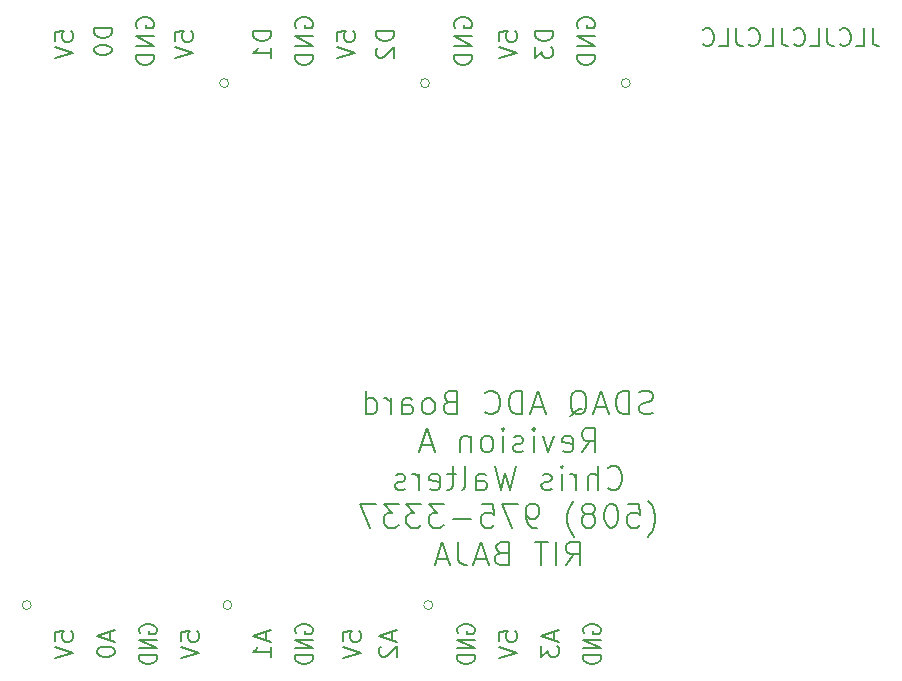
<source format=gbr>
%TF.GenerationSoftware,KiCad,Pcbnew,(5.1.10)-1*%
%TF.CreationDate,2022-02-05T10:08:01-05:00*%
%TF.ProjectId,RevA,52657641-2e6b-4696-9361-645f70636258,rev?*%
%TF.SameCoordinates,Original*%
%TF.FileFunction,Legend,Bot*%
%TF.FilePolarity,Positive*%
%FSLAX46Y46*%
G04 Gerber Fmt 4.6, Leading zero omitted, Abs format (unit mm)*
G04 Created by KiCad (PCBNEW (5.1.10)-1) date 2022-02-05 10:08:01*
%MOMM*%
%LPD*%
G01*
G04 APERTURE LIST*
%ADD10C,0.170000*%
%ADD11C,0.175000*%
%ADD12C,0.200000*%
%ADD13C,0.120000*%
G04 APERTURE END LIST*
D10*
X205910571Y-71536857D02*
X204410571Y-71536857D01*
X204410571Y-71894000D01*
X204482000Y-72108285D01*
X204624857Y-72251142D01*
X204767714Y-72322571D01*
X205053428Y-72394000D01*
X205267714Y-72394000D01*
X205553428Y-72322571D01*
X205696285Y-72251142D01*
X205839142Y-72108285D01*
X205910571Y-71894000D01*
X205910571Y-71536857D01*
X204410571Y-72894000D02*
X204410571Y-73822571D01*
X204982000Y-73322571D01*
X204982000Y-73536857D01*
X205053428Y-73679714D01*
X205124857Y-73751142D01*
X205267714Y-73822571D01*
X205624857Y-73822571D01*
X205767714Y-73751142D01*
X205839142Y-73679714D01*
X205910571Y-73536857D01*
X205910571Y-73108285D01*
X205839142Y-72965428D01*
X205767714Y-72894000D01*
X192448571Y-71536857D02*
X190948571Y-71536857D01*
X190948571Y-71894000D01*
X191020000Y-72108285D01*
X191162857Y-72251142D01*
X191305714Y-72322571D01*
X191591428Y-72394000D01*
X191805714Y-72394000D01*
X192091428Y-72322571D01*
X192234285Y-72251142D01*
X192377142Y-72108285D01*
X192448571Y-71894000D01*
X192448571Y-71536857D01*
X191091428Y-72965428D02*
X191020000Y-73036857D01*
X190948571Y-73179714D01*
X190948571Y-73536857D01*
X191020000Y-73679714D01*
X191091428Y-73751142D01*
X191234285Y-73822571D01*
X191377142Y-73822571D01*
X191591428Y-73751142D01*
X192448571Y-72894000D01*
X192448571Y-73822571D01*
X182034571Y-71536857D02*
X180534571Y-71536857D01*
X180534571Y-71894000D01*
X180606000Y-72108285D01*
X180748857Y-72251142D01*
X180891714Y-72322571D01*
X181177428Y-72394000D01*
X181391714Y-72394000D01*
X181677428Y-72322571D01*
X181820285Y-72251142D01*
X181963142Y-72108285D01*
X182034571Y-71894000D01*
X182034571Y-71536857D01*
X182034571Y-73822571D02*
X182034571Y-72965428D01*
X182034571Y-73394000D02*
X180534571Y-73394000D01*
X180748857Y-73251142D01*
X180891714Y-73108285D01*
X180963142Y-72965428D01*
X168572571Y-71282857D02*
X167072571Y-71282857D01*
X167072571Y-71640000D01*
X167144000Y-71854285D01*
X167286857Y-71997142D01*
X167429714Y-72068571D01*
X167715428Y-72140000D01*
X167929714Y-72140000D01*
X168215428Y-72068571D01*
X168358285Y-71997142D01*
X168501142Y-71854285D01*
X168572571Y-71640000D01*
X168572571Y-71282857D01*
X167072571Y-73068571D02*
X167072571Y-73211428D01*
X167144000Y-73354285D01*
X167215428Y-73425714D01*
X167358285Y-73497142D01*
X167644000Y-73568571D01*
X168001142Y-73568571D01*
X168286857Y-73497142D01*
X168429714Y-73425714D01*
X168501142Y-73354285D01*
X168572571Y-73211428D01*
X168572571Y-73068571D01*
X168501142Y-72925714D01*
X168429714Y-72854285D01*
X168286857Y-72782857D01*
X168001142Y-72711428D01*
X167644000Y-72711428D01*
X167358285Y-72782857D01*
X167215428Y-72854285D01*
X167144000Y-72925714D01*
X167072571Y-73068571D01*
X208038000Y-71247142D02*
X207966571Y-71104285D01*
X207966571Y-70890000D01*
X208038000Y-70675714D01*
X208180857Y-70532857D01*
X208323714Y-70461428D01*
X208609428Y-70390000D01*
X208823714Y-70390000D01*
X209109428Y-70461428D01*
X209252285Y-70532857D01*
X209395142Y-70675714D01*
X209466571Y-70890000D01*
X209466571Y-71032857D01*
X209395142Y-71247142D01*
X209323714Y-71318571D01*
X208823714Y-71318571D01*
X208823714Y-71032857D01*
X209466571Y-71961428D02*
X207966571Y-71961428D01*
X209466571Y-72818571D01*
X207966571Y-72818571D01*
X209466571Y-73532857D02*
X207966571Y-73532857D01*
X207966571Y-73890000D01*
X208038000Y-74104285D01*
X208180857Y-74247142D01*
X208323714Y-74318571D01*
X208609428Y-74390000D01*
X208823714Y-74390000D01*
X209109428Y-74318571D01*
X209252285Y-74247142D01*
X209395142Y-74104285D01*
X209466571Y-73890000D01*
X209466571Y-73532857D01*
X197624000Y-71247142D02*
X197552571Y-71104285D01*
X197552571Y-70890000D01*
X197624000Y-70675714D01*
X197766857Y-70532857D01*
X197909714Y-70461428D01*
X198195428Y-70390000D01*
X198409714Y-70390000D01*
X198695428Y-70461428D01*
X198838285Y-70532857D01*
X198981142Y-70675714D01*
X199052571Y-70890000D01*
X199052571Y-71032857D01*
X198981142Y-71247142D01*
X198909714Y-71318571D01*
X198409714Y-71318571D01*
X198409714Y-71032857D01*
X199052571Y-71961428D02*
X197552571Y-71961428D01*
X199052571Y-72818571D01*
X197552571Y-72818571D01*
X199052571Y-73532857D02*
X197552571Y-73532857D01*
X197552571Y-73890000D01*
X197624000Y-74104285D01*
X197766857Y-74247142D01*
X197909714Y-74318571D01*
X198195428Y-74390000D01*
X198409714Y-74390000D01*
X198695428Y-74318571D01*
X198838285Y-74247142D01*
X198981142Y-74104285D01*
X199052571Y-73890000D01*
X199052571Y-73532857D01*
X184162000Y-71247142D02*
X184090571Y-71104285D01*
X184090571Y-70890000D01*
X184162000Y-70675714D01*
X184304857Y-70532857D01*
X184447714Y-70461428D01*
X184733428Y-70390000D01*
X184947714Y-70390000D01*
X185233428Y-70461428D01*
X185376285Y-70532857D01*
X185519142Y-70675714D01*
X185590571Y-70890000D01*
X185590571Y-71032857D01*
X185519142Y-71247142D01*
X185447714Y-71318571D01*
X184947714Y-71318571D01*
X184947714Y-71032857D01*
X185590571Y-71961428D02*
X184090571Y-71961428D01*
X185590571Y-72818571D01*
X184090571Y-72818571D01*
X185590571Y-73532857D02*
X184090571Y-73532857D01*
X184090571Y-73890000D01*
X184162000Y-74104285D01*
X184304857Y-74247142D01*
X184447714Y-74318571D01*
X184733428Y-74390000D01*
X184947714Y-74390000D01*
X185233428Y-74318571D01*
X185376285Y-74247142D01*
X185519142Y-74104285D01*
X185590571Y-73890000D01*
X185590571Y-73532857D01*
X170700000Y-71247142D02*
X170628571Y-71104285D01*
X170628571Y-70890000D01*
X170700000Y-70675714D01*
X170842857Y-70532857D01*
X170985714Y-70461428D01*
X171271428Y-70390000D01*
X171485714Y-70390000D01*
X171771428Y-70461428D01*
X171914285Y-70532857D01*
X172057142Y-70675714D01*
X172128571Y-70890000D01*
X172128571Y-71032857D01*
X172057142Y-71247142D01*
X171985714Y-71318571D01*
X171485714Y-71318571D01*
X171485714Y-71032857D01*
X172128571Y-71961428D02*
X170628571Y-71961428D01*
X172128571Y-72818571D01*
X170628571Y-72818571D01*
X172128571Y-73532857D02*
X170628571Y-73532857D01*
X170628571Y-73890000D01*
X170700000Y-74104285D01*
X170842857Y-74247142D01*
X170985714Y-74318571D01*
X171271428Y-74390000D01*
X171485714Y-74390000D01*
X171771428Y-74318571D01*
X171914285Y-74247142D01*
X172057142Y-74104285D01*
X172128571Y-73890000D01*
X172128571Y-73532857D01*
X201362571Y-72358285D02*
X201362571Y-71644000D01*
X202076857Y-71572571D01*
X202005428Y-71644000D01*
X201934000Y-71786857D01*
X201934000Y-72144000D01*
X202005428Y-72286857D01*
X202076857Y-72358285D01*
X202219714Y-72429714D01*
X202576857Y-72429714D01*
X202719714Y-72358285D01*
X202791142Y-72286857D01*
X202862571Y-72144000D01*
X202862571Y-71786857D01*
X202791142Y-71644000D01*
X202719714Y-71572571D01*
X201362571Y-72858285D02*
X202862571Y-73358285D01*
X201362571Y-73858285D01*
X187646571Y-72358285D02*
X187646571Y-71644000D01*
X188360857Y-71572571D01*
X188289428Y-71644000D01*
X188218000Y-71786857D01*
X188218000Y-72144000D01*
X188289428Y-72286857D01*
X188360857Y-72358285D01*
X188503714Y-72429714D01*
X188860857Y-72429714D01*
X189003714Y-72358285D01*
X189075142Y-72286857D01*
X189146571Y-72144000D01*
X189146571Y-71786857D01*
X189075142Y-71644000D01*
X189003714Y-71572571D01*
X187646571Y-72858285D02*
X189146571Y-73358285D01*
X187646571Y-73858285D01*
X173930571Y-72358285D02*
X173930571Y-71644000D01*
X174644857Y-71572571D01*
X174573428Y-71644000D01*
X174502000Y-71786857D01*
X174502000Y-72144000D01*
X174573428Y-72286857D01*
X174644857Y-72358285D01*
X174787714Y-72429714D01*
X175144857Y-72429714D01*
X175287714Y-72358285D01*
X175359142Y-72286857D01*
X175430571Y-72144000D01*
X175430571Y-71786857D01*
X175359142Y-71644000D01*
X175287714Y-71572571D01*
X173930571Y-72858285D02*
X175430571Y-73358285D01*
X173930571Y-73858285D01*
X163770571Y-72358285D02*
X163770571Y-71644000D01*
X164484857Y-71572571D01*
X164413428Y-71644000D01*
X164342000Y-71786857D01*
X164342000Y-72144000D01*
X164413428Y-72286857D01*
X164484857Y-72358285D01*
X164627714Y-72429714D01*
X164984857Y-72429714D01*
X165127714Y-72358285D01*
X165199142Y-72286857D01*
X165270571Y-72144000D01*
X165270571Y-71786857D01*
X165199142Y-71644000D01*
X165127714Y-71572571D01*
X163770571Y-72858285D02*
X165270571Y-73358285D01*
X163770571Y-73858285D01*
X205990000Y-122372571D02*
X205990000Y-123086857D01*
X206418571Y-122229714D02*
X204918571Y-122729714D01*
X206418571Y-123229714D01*
X204918571Y-123586857D02*
X204918571Y-124515428D01*
X205490000Y-124015428D01*
X205490000Y-124229714D01*
X205561428Y-124372571D01*
X205632857Y-124444000D01*
X205775714Y-124515428D01*
X206132857Y-124515428D01*
X206275714Y-124444000D01*
X206347142Y-124372571D01*
X206418571Y-124229714D01*
X206418571Y-123801142D01*
X206347142Y-123658285D01*
X206275714Y-123586857D01*
X192274000Y-122372571D02*
X192274000Y-123086857D01*
X192702571Y-122229714D02*
X191202571Y-122729714D01*
X192702571Y-123229714D01*
X191345428Y-123658285D02*
X191274000Y-123729714D01*
X191202571Y-123872571D01*
X191202571Y-124229714D01*
X191274000Y-124372571D01*
X191345428Y-124444000D01*
X191488285Y-124515428D01*
X191631142Y-124515428D01*
X191845428Y-124444000D01*
X192702571Y-123586857D01*
X192702571Y-124515428D01*
X181606000Y-122372571D02*
X181606000Y-123086857D01*
X182034571Y-122229714D02*
X180534571Y-122729714D01*
X182034571Y-123229714D01*
X182034571Y-124515428D02*
X182034571Y-123658285D01*
X182034571Y-124086857D02*
X180534571Y-124086857D01*
X180748857Y-123944000D01*
X180891714Y-123801142D01*
X180963142Y-123658285D01*
X168398000Y-122372571D02*
X168398000Y-123086857D01*
X168826571Y-122229714D02*
X167326571Y-122729714D01*
X168826571Y-123229714D01*
X167326571Y-124015428D02*
X167326571Y-124158285D01*
X167398000Y-124301142D01*
X167469428Y-124372571D01*
X167612285Y-124444000D01*
X167898000Y-124515428D01*
X168255142Y-124515428D01*
X168540857Y-124444000D01*
X168683714Y-124372571D01*
X168755142Y-124301142D01*
X168826571Y-124158285D01*
X168826571Y-124015428D01*
X168755142Y-123872571D01*
X168683714Y-123801142D01*
X168540857Y-123729714D01*
X168255142Y-123658285D01*
X167898000Y-123658285D01*
X167612285Y-123729714D01*
X167469428Y-123801142D01*
X167398000Y-123872571D01*
X167326571Y-124015428D01*
X208546000Y-122491619D02*
X208474571Y-122372571D01*
X208474571Y-122194000D01*
X208546000Y-122015428D01*
X208688857Y-121896380D01*
X208831714Y-121836857D01*
X209117428Y-121777333D01*
X209331714Y-121777333D01*
X209617428Y-121836857D01*
X209760285Y-121896380D01*
X209903142Y-122015428D01*
X209974571Y-122194000D01*
X209974571Y-122313047D01*
X209903142Y-122491619D01*
X209831714Y-122551142D01*
X209331714Y-122551142D01*
X209331714Y-122313047D01*
X209974571Y-123086857D02*
X208474571Y-123086857D01*
X209974571Y-123801142D01*
X208474571Y-123801142D01*
X209974571Y-124396380D02*
X208474571Y-124396380D01*
X208474571Y-124694000D01*
X208546000Y-124872571D01*
X208688857Y-124991619D01*
X208831714Y-125051142D01*
X209117428Y-125110666D01*
X209331714Y-125110666D01*
X209617428Y-125051142D01*
X209760285Y-124991619D01*
X209903142Y-124872571D01*
X209974571Y-124694000D01*
X209974571Y-124396380D01*
X197878000Y-122491619D02*
X197806571Y-122372571D01*
X197806571Y-122194000D01*
X197878000Y-122015428D01*
X198020857Y-121896380D01*
X198163714Y-121836857D01*
X198449428Y-121777333D01*
X198663714Y-121777333D01*
X198949428Y-121836857D01*
X199092285Y-121896380D01*
X199235142Y-122015428D01*
X199306571Y-122194000D01*
X199306571Y-122313047D01*
X199235142Y-122491619D01*
X199163714Y-122551142D01*
X198663714Y-122551142D01*
X198663714Y-122313047D01*
X199306571Y-123086857D02*
X197806571Y-123086857D01*
X199306571Y-123801142D01*
X197806571Y-123801142D01*
X199306571Y-124396380D02*
X197806571Y-124396380D01*
X197806571Y-124694000D01*
X197878000Y-124872571D01*
X198020857Y-124991619D01*
X198163714Y-125051142D01*
X198449428Y-125110666D01*
X198663714Y-125110666D01*
X198949428Y-125051142D01*
X199092285Y-124991619D01*
X199235142Y-124872571D01*
X199306571Y-124694000D01*
X199306571Y-124396380D01*
X184162000Y-122491619D02*
X184090571Y-122372571D01*
X184090571Y-122194000D01*
X184162000Y-122015428D01*
X184304857Y-121896380D01*
X184447714Y-121836857D01*
X184733428Y-121777333D01*
X184947714Y-121777333D01*
X185233428Y-121836857D01*
X185376285Y-121896380D01*
X185519142Y-122015428D01*
X185590571Y-122194000D01*
X185590571Y-122313047D01*
X185519142Y-122491619D01*
X185447714Y-122551142D01*
X184947714Y-122551142D01*
X184947714Y-122313047D01*
X185590571Y-123086857D02*
X184090571Y-123086857D01*
X185590571Y-123801142D01*
X184090571Y-123801142D01*
X185590571Y-124396380D02*
X184090571Y-124396380D01*
X184090571Y-124694000D01*
X184162000Y-124872571D01*
X184304857Y-124991619D01*
X184447714Y-125051142D01*
X184733428Y-125110666D01*
X184947714Y-125110666D01*
X185233428Y-125051142D01*
X185376285Y-124991619D01*
X185519142Y-124872571D01*
X185590571Y-124694000D01*
X185590571Y-124396380D01*
X170954000Y-122491619D02*
X170882571Y-122372571D01*
X170882571Y-122194000D01*
X170954000Y-122015428D01*
X171096857Y-121896380D01*
X171239714Y-121836857D01*
X171525428Y-121777333D01*
X171739714Y-121777333D01*
X172025428Y-121836857D01*
X172168285Y-121896380D01*
X172311142Y-122015428D01*
X172382571Y-122194000D01*
X172382571Y-122313047D01*
X172311142Y-122491619D01*
X172239714Y-122551142D01*
X171739714Y-122551142D01*
X171739714Y-122313047D01*
X172382571Y-123086857D02*
X170882571Y-123086857D01*
X172382571Y-123801142D01*
X170882571Y-123801142D01*
X172382571Y-124396380D02*
X170882571Y-124396380D01*
X170882571Y-124694000D01*
X170954000Y-124872571D01*
X171096857Y-124991619D01*
X171239714Y-125051142D01*
X171525428Y-125110666D01*
X171739714Y-125110666D01*
X172025428Y-125051142D01*
X172168285Y-124991619D01*
X172311142Y-124872571D01*
X172382571Y-124694000D01*
X172382571Y-124396380D01*
X201362571Y-123158285D02*
X201362571Y-122444000D01*
X202076857Y-122372571D01*
X202005428Y-122444000D01*
X201934000Y-122586857D01*
X201934000Y-122944000D01*
X202005428Y-123086857D01*
X202076857Y-123158285D01*
X202219714Y-123229714D01*
X202576857Y-123229714D01*
X202719714Y-123158285D01*
X202791142Y-123086857D01*
X202862571Y-122944000D01*
X202862571Y-122586857D01*
X202791142Y-122444000D01*
X202719714Y-122372571D01*
X201362571Y-123658285D02*
X202862571Y-124158285D01*
X201362571Y-124658285D01*
X188154571Y-123158285D02*
X188154571Y-122444000D01*
X188868857Y-122372571D01*
X188797428Y-122444000D01*
X188726000Y-122586857D01*
X188726000Y-122944000D01*
X188797428Y-123086857D01*
X188868857Y-123158285D01*
X189011714Y-123229714D01*
X189368857Y-123229714D01*
X189511714Y-123158285D01*
X189583142Y-123086857D01*
X189654571Y-122944000D01*
X189654571Y-122586857D01*
X189583142Y-122444000D01*
X189511714Y-122372571D01*
X188154571Y-123658285D02*
X189654571Y-124158285D01*
X188154571Y-124658285D01*
X174438571Y-123158285D02*
X174438571Y-122444000D01*
X175152857Y-122372571D01*
X175081428Y-122444000D01*
X175010000Y-122586857D01*
X175010000Y-122944000D01*
X175081428Y-123086857D01*
X175152857Y-123158285D01*
X175295714Y-123229714D01*
X175652857Y-123229714D01*
X175795714Y-123158285D01*
X175867142Y-123086857D01*
X175938571Y-122944000D01*
X175938571Y-122586857D01*
X175867142Y-122444000D01*
X175795714Y-122372571D01*
X174438571Y-123658285D02*
X175938571Y-124158285D01*
X174438571Y-124658285D01*
X163770571Y-123158285D02*
X163770571Y-122444000D01*
X164484857Y-122372571D01*
X164413428Y-122444000D01*
X164342000Y-122586857D01*
X164342000Y-122944000D01*
X164413428Y-123086857D01*
X164484857Y-123158285D01*
X164627714Y-123229714D01*
X164984857Y-123229714D01*
X165127714Y-123158285D01*
X165199142Y-123086857D01*
X165270571Y-122944000D01*
X165270571Y-122586857D01*
X165199142Y-122444000D01*
X165127714Y-122372571D01*
X163770571Y-123658285D02*
X165270571Y-124158285D01*
X163770571Y-124658285D01*
D11*
X232988571Y-71314571D02*
X232988571Y-72386000D01*
X233060000Y-72600285D01*
X233202857Y-72743142D01*
X233417142Y-72814571D01*
X233560000Y-72814571D01*
X231560000Y-72814571D02*
X232274285Y-72814571D01*
X232274285Y-71314571D01*
X230202857Y-72671714D02*
X230274285Y-72743142D01*
X230488571Y-72814571D01*
X230631428Y-72814571D01*
X230845714Y-72743142D01*
X230988571Y-72600285D01*
X231060000Y-72457428D01*
X231131428Y-72171714D01*
X231131428Y-71957428D01*
X231060000Y-71671714D01*
X230988571Y-71528857D01*
X230845714Y-71386000D01*
X230631428Y-71314571D01*
X230488571Y-71314571D01*
X230274285Y-71386000D01*
X230202857Y-71457428D01*
X229131428Y-71314571D02*
X229131428Y-72386000D01*
X229202857Y-72600285D01*
X229345714Y-72743142D01*
X229560000Y-72814571D01*
X229702857Y-72814571D01*
X227702857Y-72814571D02*
X228417142Y-72814571D01*
X228417142Y-71314571D01*
X226345714Y-72671714D02*
X226417142Y-72743142D01*
X226631428Y-72814571D01*
X226774285Y-72814571D01*
X226988571Y-72743142D01*
X227131428Y-72600285D01*
X227202857Y-72457428D01*
X227274285Y-72171714D01*
X227274285Y-71957428D01*
X227202857Y-71671714D01*
X227131428Y-71528857D01*
X226988571Y-71386000D01*
X226774285Y-71314571D01*
X226631428Y-71314571D01*
X226417142Y-71386000D01*
X226345714Y-71457428D01*
X225274285Y-71314571D02*
X225274285Y-72386000D01*
X225345714Y-72600285D01*
X225488571Y-72743142D01*
X225702857Y-72814571D01*
X225845714Y-72814571D01*
X223845714Y-72814571D02*
X224560000Y-72814571D01*
X224560000Y-71314571D01*
X222488571Y-72671714D02*
X222560000Y-72743142D01*
X222774285Y-72814571D01*
X222917142Y-72814571D01*
X223131428Y-72743142D01*
X223274285Y-72600285D01*
X223345714Y-72457428D01*
X223417142Y-72171714D01*
X223417142Y-71957428D01*
X223345714Y-71671714D01*
X223274285Y-71528857D01*
X223131428Y-71386000D01*
X222917142Y-71314571D01*
X222774285Y-71314571D01*
X222560000Y-71386000D01*
X222488571Y-71457428D01*
X221417142Y-71314571D02*
X221417142Y-72386000D01*
X221488571Y-72600285D01*
X221631428Y-72743142D01*
X221845714Y-72814571D01*
X221988571Y-72814571D01*
X219988571Y-72814571D02*
X220702857Y-72814571D01*
X220702857Y-71314571D01*
X218631428Y-72671714D02*
X218702857Y-72743142D01*
X218917142Y-72814571D01*
X219060000Y-72814571D01*
X219274285Y-72743142D01*
X219417142Y-72600285D01*
X219488571Y-72457428D01*
X219560000Y-72171714D01*
X219560000Y-71957428D01*
X219488571Y-71671714D01*
X219417142Y-71528857D01*
X219274285Y-71386000D01*
X219060000Y-71314571D01*
X218917142Y-71314571D01*
X218702857Y-71386000D01*
X218631428Y-71457428D01*
D12*
X214374476Y-103883523D02*
X214088761Y-103978761D01*
X213612571Y-103978761D01*
X213422095Y-103883523D01*
X213326857Y-103788285D01*
X213231619Y-103597809D01*
X213231619Y-103407333D01*
X213326857Y-103216857D01*
X213422095Y-103121619D01*
X213612571Y-103026380D01*
X213993523Y-102931142D01*
X214184000Y-102835904D01*
X214279238Y-102740666D01*
X214374476Y-102550190D01*
X214374476Y-102359714D01*
X214279238Y-102169238D01*
X214184000Y-102074000D01*
X213993523Y-101978761D01*
X213517333Y-101978761D01*
X213231619Y-102074000D01*
X212374476Y-103978761D02*
X212374476Y-101978761D01*
X211898285Y-101978761D01*
X211612571Y-102074000D01*
X211422095Y-102264476D01*
X211326857Y-102454952D01*
X211231619Y-102835904D01*
X211231619Y-103121619D01*
X211326857Y-103502571D01*
X211422095Y-103693047D01*
X211612571Y-103883523D01*
X211898285Y-103978761D01*
X212374476Y-103978761D01*
X210469714Y-103407333D02*
X209517333Y-103407333D01*
X210660190Y-103978761D02*
X209993523Y-101978761D01*
X209326857Y-103978761D01*
X207326857Y-104169238D02*
X207517333Y-104074000D01*
X207707809Y-103883523D01*
X207993523Y-103597809D01*
X208184000Y-103502571D01*
X208374476Y-103502571D01*
X208279238Y-103978761D02*
X208469714Y-103883523D01*
X208660190Y-103693047D01*
X208755428Y-103312095D01*
X208755428Y-102645428D01*
X208660190Y-102264476D01*
X208469714Y-102074000D01*
X208279238Y-101978761D01*
X207898285Y-101978761D01*
X207707809Y-102074000D01*
X207517333Y-102264476D01*
X207422095Y-102645428D01*
X207422095Y-103312095D01*
X207517333Y-103693047D01*
X207707809Y-103883523D01*
X207898285Y-103978761D01*
X208279238Y-103978761D01*
X205136380Y-103407333D02*
X204184000Y-103407333D01*
X205326857Y-103978761D02*
X204660190Y-101978761D01*
X203993523Y-103978761D01*
X203326857Y-103978761D02*
X203326857Y-101978761D01*
X202850666Y-101978761D01*
X202564952Y-102074000D01*
X202374476Y-102264476D01*
X202279238Y-102454952D01*
X202184000Y-102835904D01*
X202184000Y-103121619D01*
X202279238Y-103502571D01*
X202374476Y-103693047D01*
X202564952Y-103883523D01*
X202850666Y-103978761D01*
X203326857Y-103978761D01*
X200184000Y-103788285D02*
X200279238Y-103883523D01*
X200564952Y-103978761D01*
X200755428Y-103978761D01*
X201041142Y-103883523D01*
X201231619Y-103693047D01*
X201326857Y-103502571D01*
X201422095Y-103121619D01*
X201422095Y-102835904D01*
X201326857Y-102454952D01*
X201231619Y-102264476D01*
X201041142Y-102074000D01*
X200755428Y-101978761D01*
X200564952Y-101978761D01*
X200279238Y-102074000D01*
X200184000Y-102169238D01*
X197136380Y-102931142D02*
X196850666Y-103026380D01*
X196755428Y-103121619D01*
X196660190Y-103312095D01*
X196660190Y-103597809D01*
X196755428Y-103788285D01*
X196850666Y-103883523D01*
X197041142Y-103978761D01*
X197803047Y-103978761D01*
X197803047Y-101978761D01*
X197136380Y-101978761D01*
X196945904Y-102074000D01*
X196850666Y-102169238D01*
X196755428Y-102359714D01*
X196755428Y-102550190D01*
X196850666Y-102740666D01*
X196945904Y-102835904D01*
X197136380Y-102931142D01*
X197803047Y-102931142D01*
X195517333Y-103978761D02*
X195707809Y-103883523D01*
X195803047Y-103788285D01*
X195898285Y-103597809D01*
X195898285Y-103026380D01*
X195803047Y-102835904D01*
X195707809Y-102740666D01*
X195517333Y-102645428D01*
X195231619Y-102645428D01*
X195041142Y-102740666D01*
X194945904Y-102835904D01*
X194850666Y-103026380D01*
X194850666Y-103597809D01*
X194945904Y-103788285D01*
X195041142Y-103883523D01*
X195231619Y-103978761D01*
X195517333Y-103978761D01*
X193136380Y-103978761D02*
X193136380Y-102931142D01*
X193231619Y-102740666D01*
X193422095Y-102645428D01*
X193803047Y-102645428D01*
X193993523Y-102740666D01*
X193136380Y-103883523D02*
X193326857Y-103978761D01*
X193803047Y-103978761D01*
X193993523Y-103883523D01*
X194088761Y-103693047D01*
X194088761Y-103502571D01*
X193993523Y-103312095D01*
X193803047Y-103216857D01*
X193326857Y-103216857D01*
X193136380Y-103121619D01*
X192184000Y-103978761D02*
X192184000Y-102645428D01*
X192184000Y-103026380D02*
X192088761Y-102835904D01*
X191993523Y-102740666D01*
X191803047Y-102645428D01*
X191612571Y-102645428D01*
X190088761Y-103978761D02*
X190088761Y-101978761D01*
X190088761Y-103883523D02*
X190279238Y-103978761D01*
X190660190Y-103978761D01*
X190850666Y-103883523D01*
X190945904Y-103788285D01*
X191041142Y-103597809D01*
X191041142Y-103026380D01*
X190945904Y-102835904D01*
X190850666Y-102740666D01*
X190660190Y-102645428D01*
X190279238Y-102645428D01*
X190088761Y-102740666D01*
X208374476Y-107178761D02*
X209041142Y-106226380D01*
X209517333Y-107178761D02*
X209517333Y-105178761D01*
X208755428Y-105178761D01*
X208564952Y-105274000D01*
X208469714Y-105369238D01*
X208374476Y-105559714D01*
X208374476Y-105845428D01*
X208469714Y-106035904D01*
X208564952Y-106131142D01*
X208755428Y-106226380D01*
X209517333Y-106226380D01*
X206755428Y-107083523D02*
X206945904Y-107178761D01*
X207326857Y-107178761D01*
X207517333Y-107083523D01*
X207612571Y-106893047D01*
X207612571Y-106131142D01*
X207517333Y-105940666D01*
X207326857Y-105845428D01*
X206945904Y-105845428D01*
X206755428Y-105940666D01*
X206660190Y-106131142D01*
X206660190Y-106321619D01*
X207612571Y-106512095D01*
X205993523Y-105845428D02*
X205517333Y-107178761D01*
X205041142Y-105845428D01*
X204279238Y-107178761D02*
X204279238Y-105845428D01*
X204279238Y-105178761D02*
X204374476Y-105274000D01*
X204279238Y-105369238D01*
X204184000Y-105274000D01*
X204279238Y-105178761D01*
X204279238Y-105369238D01*
X203422095Y-107083523D02*
X203231619Y-107178761D01*
X202850666Y-107178761D01*
X202660190Y-107083523D01*
X202564952Y-106893047D01*
X202564952Y-106797809D01*
X202660190Y-106607333D01*
X202850666Y-106512095D01*
X203136380Y-106512095D01*
X203326857Y-106416857D01*
X203422095Y-106226380D01*
X203422095Y-106131142D01*
X203326857Y-105940666D01*
X203136380Y-105845428D01*
X202850666Y-105845428D01*
X202660190Y-105940666D01*
X201707809Y-107178761D02*
X201707809Y-105845428D01*
X201707809Y-105178761D02*
X201803047Y-105274000D01*
X201707809Y-105369238D01*
X201612571Y-105274000D01*
X201707809Y-105178761D01*
X201707809Y-105369238D01*
X200469714Y-107178761D02*
X200660190Y-107083523D01*
X200755428Y-106988285D01*
X200850666Y-106797809D01*
X200850666Y-106226380D01*
X200755428Y-106035904D01*
X200660190Y-105940666D01*
X200469714Y-105845428D01*
X200184000Y-105845428D01*
X199993523Y-105940666D01*
X199898285Y-106035904D01*
X199803047Y-106226380D01*
X199803047Y-106797809D01*
X199898285Y-106988285D01*
X199993523Y-107083523D01*
X200184000Y-107178761D01*
X200469714Y-107178761D01*
X198945904Y-105845428D02*
X198945904Y-107178761D01*
X198945904Y-106035904D02*
X198850666Y-105940666D01*
X198660190Y-105845428D01*
X198374476Y-105845428D01*
X198184000Y-105940666D01*
X198088761Y-106131142D01*
X198088761Y-107178761D01*
X195707809Y-106607333D02*
X194755428Y-106607333D01*
X195898285Y-107178761D02*
X195231619Y-105178761D01*
X194564952Y-107178761D01*
X210564952Y-110188285D02*
X210660190Y-110283523D01*
X210945904Y-110378761D01*
X211136380Y-110378761D01*
X211422095Y-110283523D01*
X211612571Y-110093047D01*
X211707809Y-109902571D01*
X211803047Y-109521619D01*
X211803047Y-109235904D01*
X211707809Y-108854952D01*
X211612571Y-108664476D01*
X211422095Y-108474000D01*
X211136380Y-108378761D01*
X210945904Y-108378761D01*
X210660190Y-108474000D01*
X210564952Y-108569238D01*
X209707809Y-110378761D02*
X209707809Y-108378761D01*
X208850666Y-110378761D02*
X208850666Y-109331142D01*
X208945904Y-109140666D01*
X209136380Y-109045428D01*
X209422095Y-109045428D01*
X209612571Y-109140666D01*
X209707809Y-109235904D01*
X207898285Y-110378761D02*
X207898285Y-109045428D01*
X207898285Y-109426380D02*
X207803047Y-109235904D01*
X207707809Y-109140666D01*
X207517333Y-109045428D01*
X207326857Y-109045428D01*
X206660190Y-110378761D02*
X206660190Y-109045428D01*
X206660190Y-108378761D02*
X206755428Y-108474000D01*
X206660190Y-108569238D01*
X206564952Y-108474000D01*
X206660190Y-108378761D01*
X206660190Y-108569238D01*
X205803047Y-110283523D02*
X205612571Y-110378761D01*
X205231619Y-110378761D01*
X205041142Y-110283523D01*
X204945904Y-110093047D01*
X204945904Y-109997809D01*
X205041142Y-109807333D01*
X205231619Y-109712095D01*
X205517333Y-109712095D01*
X205707809Y-109616857D01*
X205803047Y-109426380D01*
X205803047Y-109331142D01*
X205707809Y-109140666D01*
X205517333Y-109045428D01*
X205231619Y-109045428D01*
X205041142Y-109140666D01*
X202755428Y-108378761D02*
X202279238Y-110378761D01*
X201898285Y-108950190D01*
X201517333Y-110378761D01*
X201041142Y-108378761D01*
X199422095Y-110378761D02*
X199422095Y-109331142D01*
X199517333Y-109140666D01*
X199707809Y-109045428D01*
X200088761Y-109045428D01*
X200279238Y-109140666D01*
X199422095Y-110283523D02*
X199612571Y-110378761D01*
X200088761Y-110378761D01*
X200279238Y-110283523D01*
X200374476Y-110093047D01*
X200374476Y-109902571D01*
X200279238Y-109712095D01*
X200088761Y-109616857D01*
X199612571Y-109616857D01*
X199422095Y-109521619D01*
X198184000Y-110378761D02*
X198374476Y-110283523D01*
X198469714Y-110093047D01*
X198469714Y-108378761D01*
X197707809Y-109045428D02*
X196945904Y-109045428D01*
X197422095Y-108378761D02*
X197422095Y-110093047D01*
X197326857Y-110283523D01*
X197136380Y-110378761D01*
X196945904Y-110378761D01*
X195517333Y-110283523D02*
X195707809Y-110378761D01*
X196088761Y-110378761D01*
X196279238Y-110283523D01*
X196374476Y-110093047D01*
X196374476Y-109331142D01*
X196279238Y-109140666D01*
X196088761Y-109045428D01*
X195707809Y-109045428D01*
X195517333Y-109140666D01*
X195422095Y-109331142D01*
X195422095Y-109521619D01*
X196374476Y-109712095D01*
X194564952Y-110378761D02*
X194564952Y-109045428D01*
X194564952Y-109426380D02*
X194469714Y-109235904D01*
X194374476Y-109140666D01*
X194184000Y-109045428D01*
X193993523Y-109045428D01*
X193422095Y-110283523D02*
X193231619Y-110378761D01*
X192850666Y-110378761D01*
X192660190Y-110283523D01*
X192564952Y-110093047D01*
X192564952Y-109997809D01*
X192660190Y-109807333D01*
X192850666Y-109712095D01*
X193136380Y-109712095D01*
X193326857Y-109616857D01*
X193422095Y-109426380D01*
X193422095Y-109331142D01*
X193326857Y-109140666D01*
X193136380Y-109045428D01*
X192850666Y-109045428D01*
X192660190Y-109140666D01*
X213993523Y-114340666D02*
X214088761Y-114245428D01*
X214279238Y-113959714D01*
X214374476Y-113769238D01*
X214469714Y-113483523D01*
X214564952Y-113007333D01*
X214564952Y-112626380D01*
X214469714Y-112150190D01*
X214374476Y-111864476D01*
X214279238Y-111674000D01*
X214088761Y-111388285D01*
X213993523Y-111293047D01*
X212279238Y-111578761D02*
X213231619Y-111578761D01*
X213326857Y-112531142D01*
X213231619Y-112435904D01*
X213041142Y-112340666D01*
X212564952Y-112340666D01*
X212374476Y-112435904D01*
X212279238Y-112531142D01*
X212184000Y-112721619D01*
X212184000Y-113197809D01*
X212279238Y-113388285D01*
X212374476Y-113483523D01*
X212564952Y-113578761D01*
X213041142Y-113578761D01*
X213231619Y-113483523D01*
X213326857Y-113388285D01*
X210945904Y-111578761D02*
X210755428Y-111578761D01*
X210564952Y-111674000D01*
X210469714Y-111769238D01*
X210374476Y-111959714D01*
X210279238Y-112340666D01*
X210279238Y-112816857D01*
X210374476Y-113197809D01*
X210469714Y-113388285D01*
X210564952Y-113483523D01*
X210755428Y-113578761D01*
X210945904Y-113578761D01*
X211136380Y-113483523D01*
X211231619Y-113388285D01*
X211326857Y-113197809D01*
X211422095Y-112816857D01*
X211422095Y-112340666D01*
X211326857Y-111959714D01*
X211231619Y-111769238D01*
X211136380Y-111674000D01*
X210945904Y-111578761D01*
X209136380Y-112435904D02*
X209326857Y-112340666D01*
X209422095Y-112245428D01*
X209517333Y-112054952D01*
X209517333Y-111959714D01*
X209422095Y-111769238D01*
X209326857Y-111674000D01*
X209136380Y-111578761D01*
X208755428Y-111578761D01*
X208564952Y-111674000D01*
X208469714Y-111769238D01*
X208374476Y-111959714D01*
X208374476Y-112054952D01*
X208469714Y-112245428D01*
X208564952Y-112340666D01*
X208755428Y-112435904D01*
X209136380Y-112435904D01*
X209326857Y-112531142D01*
X209422095Y-112626380D01*
X209517333Y-112816857D01*
X209517333Y-113197809D01*
X209422095Y-113388285D01*
X209326857Y-113483523D01*
X209136380Y-113578761D01*
X208755428Y-113578761D01*
X208564952Y-113483523D01*
X208469714Y-113388285D01*
X208374476Y-113197809D01*
X208374476Y-112816857D01*
X208469714Y-112626380D01*
X208564952Y-112531142D01*
X208755428Y-112435904D01*
X207707809Y-114340666D02*
X207612571Y-114245428D01*
X207422095Y-113959714D01*
X207326857Y-113769238D01*
X207231619Y-113483523D01*
X207136380Y-113007333D01*
X207136380Y-112626380D01*
X207231619Y-112150190D01*
X207326857Y-111864476D01*
X207422095Y-111674000D01*
X207612571Y-111388285D01*
X207707809Y-111293047D01*
X204564952Y-113578761D02*
X204184000Y-113578761D01*
X203993523Y-113483523D01*
X203898285Y-113388285D01*
X203707809Y-113102571D01*
X203612571Y-112721619D01*
X203612571Y-111959714D01*
X203707809Y-111769238D01*
X203803047Y-111674000D01*
X203993523Y-111578761D01*
X204374476Y-111578761D01*
X204564952Y-111674000D01*
X204660190Y-111769238D01*
X204755428Y-111959714D01*
X204755428Y-112435904D01*
X204660190Y-112626380D01*
X204564952Y-112721619D01*
X204374476Y-112816857D01*
X203993523Y-112816857D01*
X203803047Y-112721619D01*
X203707809Y-112626380D01*
X203612571Y-112435904D01*
X202945904Y-111578761D02*
X201612571Y-111578761D01*
X202469714Y-113578761D01*
X199898285Y-111578761D02*
X200850666Y-111578761D01*
X200945904Y-112531142D01*
X200850666Y-112435904D01*
X200660190Y-112340666D01*
X200184000Y-112340666D01*
X199993523Y-112435904D01*
X199898285Y-112531142D01*
X199803047Y-112721619D01*
X199803047Y-113197809D01*
X199898285Y-113388285D01*
X199993523Y-113483523D01*
X200184000Y-113578761D01*
X200660190Y-113578761D01*
X200850666Y-113483523D01*
X200945904Y-113388285D01*
X198945904Y-112816857D02*
X197422095Y-112816857D01*
X196660190Y-111578761D02*
X195422095Y-111578761D01*
X196088761Y-112340666D01*
X195803047Y-112340666D01*
X195612571Y-112435904D01*
X195517333Y-112531142D01*
X195422095Y-112721619D01*
X195422095Y-113197809D01*
X195517333Y-113388285D01*
X195612571Y-113483523D01*
X195803047Y-113578761D01*
X196374476Y-113578761D01*
X196564952Y-113483523D01*
X196660190Y-113388285D01*
X194755428Y-111578761D02*
X193517333Y-111578761D01*
X194184000Y-112340666D01*
X193898285Y-112340666D01*
X193707809Y-112435904D01*
X193612571Y-112531142D01*
X193517333Y-112721619D01*
X193517333Y-113197809D01*
X193612571Y-113388285D01*
X193707809Y-113483523D01*
X193898285Y-113578761D01*
X194469714Y-113578761D01*
X194660190Y-113483523D01*
X194755428Y-113388285D01*
X192850666Y-111578761D02*
X191612571Y-111578761D01*
X192279238Y-112340666D01*
X191993523Y-112340666D01*
X191803047Y-112435904D01*
X191707809Y-112531142D01*
X191612571Y-112721619D01*
X191612571Y-113197809D01*
X191707809Y-113388285D01*
X191803047Y-113483523D01*
X191993523Y-113578761D01*
X192564952Y-113578761D01*
X192755428Y-113483523D01*
X192850666Y-113388285D01*
X190945904Y-111578761D02*
X189612571Y-111578761D01*
X190469714Y-113578761D01*
X207041142Y-116778761D02*
X207707809Y-115826380D01*
X208184000Y-116778761D02*
X208184000Y-114778761D01*
X207422095Y-114778761D01*
X207231619Y-114874000D01*
X207136380Y-114969238D01*
X207041142Y-115159714D01*
X207041142Y-115445428D01*
X207136380Y-115635904D01*
X207231619Y-115731142D01*
X207422095Y-115826380D01*
X208184000Y-115826380D01*
X206184000Y-116778761D02*
X206184000Y-114778761D01*
X205517333Y-114778761D02*
X204374476Y-114778761D01*
X204945904Y-116778761D02*
X204945904Y-114778761D01*
X201517333Y-115731142D02*
X201231619Y-115826380D01*
X201136380Y-115921619D01*
X201041142Y-116112095D01*
X201041142Y-116397809D01*
X201136380Y-116588285D01*
X201231619Y-116683523D01*
X201422095Y-116778761D01*
X202184000Y-116778761D01*
X202184000Y-114778761D01*
X201517333Y-114778761D01*
X201326857Y-114874000D01*
X201231619Y-114969238D01*
X201136380Y-115159714D01*
X201136380Y-115350190D01*
X201231619Y-115540666D01*
X201326857Y-115635904D01*
X201517333Y-115731142D01*
X202184000Y-115731142D01*
X200279238Y-116207333D02*
X199326857Y-116207333D01*
X200469714Y-116778761D02*
X199803047Y-114778761D01*
X199136380Y-116778761D01*
X197898285Y-114778761D02*
X197898285Y-116207333D01*
X197993523Y-116493047D01*
X198184000Y-116683523D01*
X198469714Y-116778761D01*
X198660190Y-116778761D01*
X197041142Y-116207333D02*
X196088761Y-116207333D01*
X197231619Y-116778761D02*
X196564952Y-114778761D01*
X195898285Y-116778761D01*
D13*
%TO.C,J3*%
X195467000Y-75946000D02*
G75*
G03*
X195467000Y-75946000I-381000J0D01*
G01*
%TO.C,J5*%
X178467000Y-75946000D02*
G75*
G03*
X178467000Y-75946000I-381000J0D01*
G01*
%TO.C,J7*%
X212467000Y-75946000D02*
G75*
G03*
X212467000Y-75946000I-381000J0D01*
G01*
%TO.C,J9*%
X161747000Y-120142000D02*
G75*
G03*
X161747000Y-120142000I-381000J0D01*
G01*
%TO.C,J14*%
X195747000Y-120142000D02*
G75*
G03*
X195747000Y-120142000I-381000J0D01*
G01*
%TO.C,J16*%
X178747000Y-120142000D02*
G75*
G03*
X178747000Y-120142000I-381000J0D01*
G01*
%TD*%
M02*

</source>
